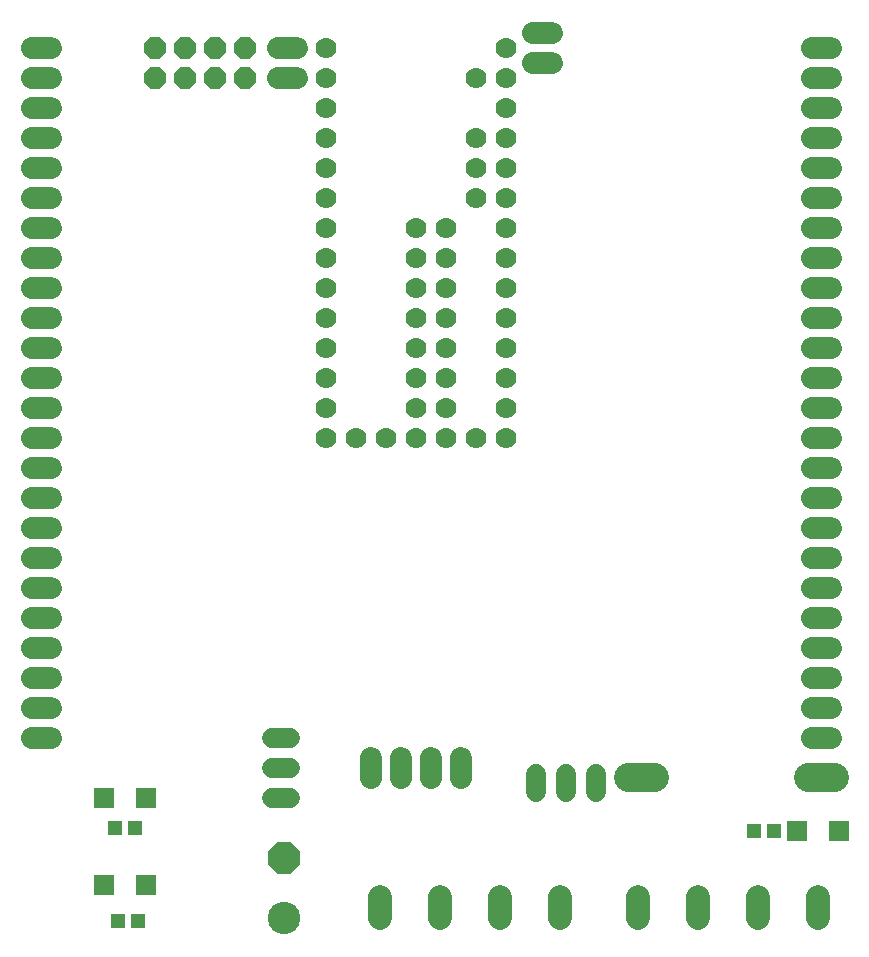
<source format=gbs>
G75*
%MOIN*%
%OFA0B0*%
%FSLAX24Y24*%
%IPPOS*%
%LPD*%
%AMOC8*
5,1,8,0,0,1.08239X$1,22.5*
%
%ADD10C,0.1080*%
%ADD11OC8,0.1080*%
%ADD12C,0.0965*%
%ADD13C,0.0680*%
%ADD14R,0.0671X0.0671*%
%ADD15R,0.0474X0.0513*%
%ADD16C,0.0720*%
%ADD17OC8,0.0720*%
%ADD18C,0.0700*%
%ADD19C,0.0790*%
D10*
X010050Y002400D03*
D11*
X010050Y004400D03*
D12*
X021508Y007100D02*
X022393Y007100D01*
X027508Y007100D02*
X028393Y007100D01*
D13*
X020450Y007200D02*
X020450Y006600D01*
X019450Y006600D02*
X019450Y007200D01*
X018450Y007200D02*
X018450Y006600D01*
X010250Y006400D02*
X009650Y006400D01*
X009650Y007400D02*
X010250Y007400D01*
X010250Y008400D02*
X009650Y008400D01*
D14*
X004061Y003500D03*
X005439Y003500D03*
X005439Y006400D03*
X004061Y006400D03*
X027161Y005300D03*
X028539Y005300D03*
D15*
X026385Y005300D03*
X025715Y005300D03*
X005185Y002300D03*
X004515Y002300D03*
X004415Y005400D03*
X005085Y005400D03*
D16*
X002270Y008400D02*
X001630Y008400D01*
X001630Y009400D02*
X002270Y009400D01*
X002270Y010400D02*
X001630Y010400D01*
X001630Y011400D02*
X002270Y011400D01*
X002270Y012400D02*
X001630Y012400D01*
X001630Y013400D02*
X002270Y013400D01*
X002270Y014400D02*
X001630Y014400D01*
X001630Y015400D02*
X002270Y015400D01*
X002270Y016400D02*
X001630Y016400D01*
X001630Y017400D02*
X002270Y017400D01*
X002270Y018400D02*
X001630Y018400D01*
X001630Y019400D02*
X002270Y019400D01*
X002270Y020400D02*
X001630Y020400D01*
X001630Y021400D02*
X002270Y021400D01*
X002270Y022400D02*
X001630Y022400D01*
X001630Y023400D02*
X002270Y023400D01*
X002270Y024400D02*
X001630Y024400D01*
X001630Y025400D02*
X002270Y025400D01*
X002270Y026400D02*
X001630Y026400D01*
X001630Y027400D02*
X002270Y027400D01*
X002270Y028400D02*
X001630Y028400D01*
X001630Y029400D02*
X002270Y029400D01*
X002270Y030400D02*
X001630Y030400D01*
X001630Y031400D02*
X002270Y031400D01*
X009830Y031400D02*
X010470Y031400D01*
X010470Y030400D02*
X009830Y030400D01*
X018330Y030900D02*
X018970Y030900D01*
X018970Y031900D02*
X018330Y031900D01*
X027630Y031400D02*
X028270Y031400D01*
X028270Y030400D02*
X027630Y030400D01*
X027630Y029400D02*
X028270Y029400D01*
X028270Y028400D02*
X027630Y028400D01*
X027630Y027400D02*
X028270Y027400D01*
X028270Y026400D02*
X027630Y026400D01*
X027630Y025400D02*
X028270Y025400D01*
X028270Y024400D02*
X027630Y024400D01*
X027630Y023400D02*
X028270Y023400D01*
X028270Y022400D02*
X027630Y022400D01*
X027630Y021400D02*
X028270Y021400D01*
X028270Y020400D02*
X027630Y020400D01*
X027630Y019400D02*
X028270Y019400D01*
X028270Y018400D02*
X027630Y018400D01*
X027630Y017400D02*
X028270Y017400D01*
X028270Y016400D02*
X027630Y016400D01*
X027630Y015400D02*
X028270Y015400D01*
X028270Y014400D02*
X027630Y014400D01*
X027630Y013400D02*
X028270Y013400D01*
X028270Y012400D02*
X027630Y012400D01*
X027630Y011400D02*
X028270Y011400D01*
X028270Y010400D02*
X027630Y010400D01*
X027630Y009400D02*
X028270Y009400D01*
X028270Y008400D02*
X027630Y008400D01*
X015950Y007720D02*
X015950Y007080D01*
X014950Y007080D02*
X014950Y007720D01*
X013950Y007720D02*
X013950Y007080D01*
X012950Y007080D02*
X012950Y007720D01*
D17*
X008750Y030400D03*
X008750Y031400D03*
X007750Y031400D03*
X006750Y031400D03*
X005750Y031400D03*
X005750Y030400D03*
X006750Y030400D03*
X007750Y030400D03*
D18*
X011450Y030400D03*
X011450Y029400D03*
X011450Y028400D03*
X011450Y027400D03*
X011450Y026400D03*
X011450Y025400D03*
X011450Y024400D03*
X011450Y023400D03*
X011450Y022400D03*
X011450Y021400D03*
X011450Y020400D03*
X011450Y019400D03*
X011450Y018400D03*
X012450Y018400D03*
X013450Y018400D03*
X014450Y018400D03*
X014450Y019400D03*
X014450Y020400D03*
X014450Y021400D03*
X014450Y022400D03*
X014450Y023400D03*
X014450Y024400D03*
X014450Y025400D03*
X015450Y025400D03*
X015450Y024400D03*
X015450Y023400D03*
X015450Y022400D03*
X015450Y021400D03*
X015450Y020400D03*
X015450Y019400D03*
X015450Y018400D03*
X016450Y018400D03*
X017450Y018400D03*
X017450Y019400D03*
X017450Y020400D03*
X017450Y021400D03*
X017450Y022400D03*
X017450Y023400D03*
X017450Y024400D03*
X017450Y025400D03*
X017450Y026400D03*
X017450Y027400D03*
X017450Y028400D03*
X017450Y029400D03*
X017450Y030400D03*
X016450Y030400D03*
X017450Y031400D03*
X016450Y028400D03*
X016450Y027400D03*
X016450Y026400D03*
X011450Y031400D03*
D19*
X013250Y003105D02*
X013250Y002395D01*
X015250Y002395D02*
X015250Y003105D01*
X017250Y003105D02*
X017250Y002395D01*
X019250Y002395D02*
X019250Y003105D01*
X021850Y003105D02*
X021850Y002395D01*
X023850Y002395D02*
X023850Y003105D01*
X025850Y003105D02*
X025850Y002395D01*
X027850Y002395D02*
X027850Y003105D01*
M02*

</source>
